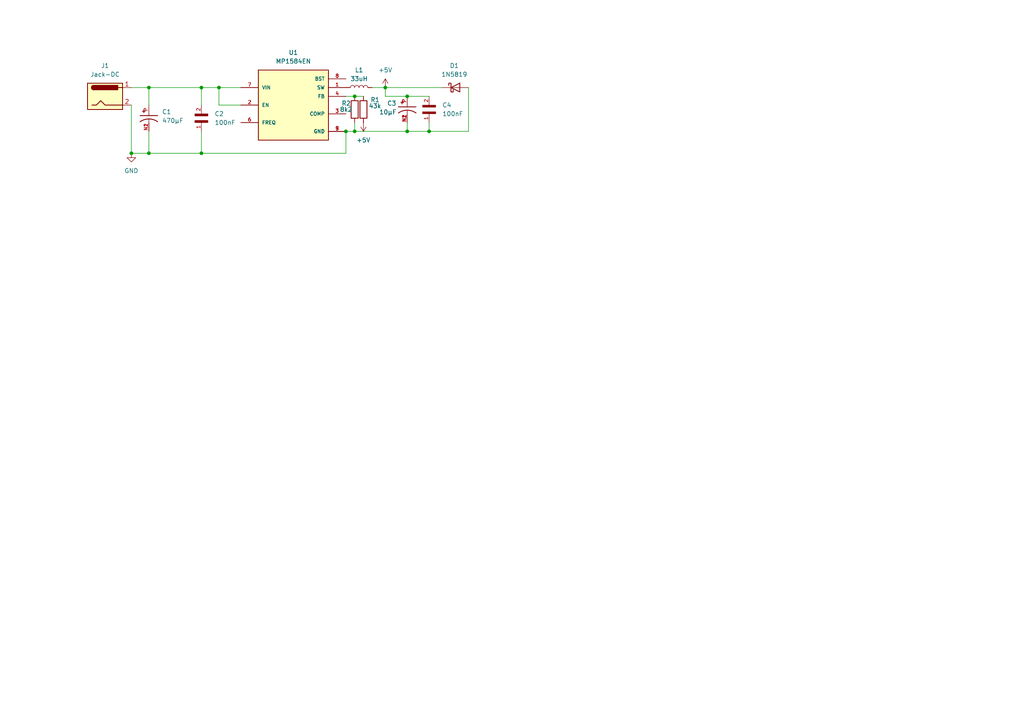
<source format=kicad_sch>
(kicad_sch (version 20250114) (generator "eeschema") (generator_version "9.0")
  (paper "A4")
  (lib_symbols
    (symbol "C0805F104K5RACTU:C0805F104K5RACTU" (pin_names (offset 1.016))
      (property "Reference" "C" (at 0 3.81 0))
      (property "Value" "C0805F104K5RACTU" (at 0 -5.08 0))
      (symbol "C0805F104K5RACTU_0_0"
        (rectangle (start 0 -1.905) (end 0.635 1.905) (stroke (width 0.1)) (fill (type outline)))
        (rectangle (start 1.905 -1.905) (end 2.54 1.905) (stroke (width 0.1)) (fill (type outline)))
        (pin passive line (at -2.54 0 0) (length 2.54) (name "~") (number "2"))
        (pin passive line (at 5.08 0 180) (length 2.54) (name "~") (number "1"))
      )
    )
    (symbol "Connector:Jack-DC" (pin_names (offset 1.016))
      (property "Reference" "J" (at 0 5.334 0))
      (property "Value" "Jack-DC" (at 0 -5.08 0))
      (symbol "Jack-DC_0_1"
        (rectangle (start -5.08 3.81) (end 5.08 -3.81) (stroke (width 0.254)) (fill (type background)))
        (polyline (pts (xy -3.81 -2.54) (xy -2.54 -2.54) (xy -1.27 -1.27) (xy 0 -2.54) (xy 2.54 -2.54) (xy 5.08 -2.54)) (stroke (width 0.254)))
        (arc (start -3.302 1.905) (mid -3.9343 2.54) (end -3.302 3.175) (stroke (width 0.254)))
        (arc (start -3.302 1.905) (mid -3.9343 2.54) (end -3.302 3.175) (stroke (width 0.254)) (fill (type outline)))
        (rectangle (start 3.683 3.175) (end -3.302 1.905) (stroke (width 0.254)) (fill (type outline)))
        (polyline (pts (xy 5.08 2.54) (xy 3.81 2.54)) (stroke (width 0.254)))
      )
      (symbol "Jack-DC_1_1"
        (pin passive line (at 7.62 2.54 180) (length 2.54) (name "~") (number "1"))
        (pin passive line (at 7.62 -2.54 180) (length 2.54) (name "~") (number "2"))
      )
    )
    (symbol "Device:D_Schottky" (pin_numbers (hide yes)) (pin_names (offset 1.016) (hide yes))
      (property "Reference" "D" (at 0 2.54 0))
      (property "Value" "D_Schottky" (at 0 -2.54 0))
      (symbol "D_Schottky_0_1"
        (polyline (pts (xy -1.905 0.635) (xy -1.905 1.27) (xy -1.27 1.27) (xy -1.27 -1.27) (xy -0.635 -1.27) (xy -0.635 -0.635)) (stroke (width 0.254)))
        (polyline (pts (xy 1.27 1.27) (xy 1.27 -1.27) (xy -1.27 0) (xy 1.27 1.27)) (stroke (width 0.254)))
        (polyline (pts (xy 1.27 0) (xy -1.27 0)))
      )
      (symbol "D_Schottky_1_1"
        (pin passive line (at -3.81 0 0) (length 2.54) (name "K") (number "1"))
        (pin passive line (at 3.81 0 180) (length 2.54) (name "A") (number "2"))
      )
    )
    (symbol "Device:L" (pin_numbers (hide yes)) (pin_names (offset 1.016) (hide yes))
      (property "Reference" "L" (at -1.27 0 90))
      (property "Value" "L" (at 1.905 0 90))
      (symbol "L_0_1"
        (arc (start 0 2.54) (mid 0.6323 1.905) (end 0 1.27))
        (arc (start 0 1.27) (mid 0.6323 0.635) (end 0 0))
        (arc (start 0 0) (mid 0.6323 -0.635) (end 0 -1.27))
        (arc (start 0 -1.27) (mid 0.6323 -1.905) (end 0 -2.54))
      )
      (symbol "L_1_1"
        (pin passive line (at 0 3.81 270) (length 1.27) (name "1") (number "1"))
        (pin passive line (at 0 -3.81 90) (length 1.27) (name "2") (number "2"))
      )
    )
    (symbol "Device:R" (pin_numbers (hide yes)) (pin_names (offset 0))
      (property "Reference" "R" (at 2.032 0 90))
      (property "Value" "R" (at 0 0 90))
      (symbol "R_0_1"
        (rectangle (start -1.016 -2.54) (end 1.016 2.54) (stroke (width 0.254)))
      )
      (symbol "R_1_1"
        (pin passive line (at 0 3.81 270) (length 1.27) (name "~") (number "1"))
        (pin passive line (at 0 -3.81 90) (length 1.27) (name "~") (number "2"))
      )
    )
    (symbol "EEFGX0E471L:EEFGX0E471L" (pin_names (offset 1.016))
      (property "Reference" "C" (at -2.54 3.81 0))
      (property "Value" "EEFGX0E471L" (at -2.54 -5.08 0))
      (symbol "EEFGX0E471L_0_0"
        (rectangle (start -1.173 -1.532) (end -0.284 -1.405) (stroke (width 0.1)) (fill (type outline)))
        (rectangle (start -0.792 -1.913) (end -0.665 -1.024) (stroke (width 0.1)) (fill (type outline)))
        (polyline (pts (xy 0 0) (xy 0.508 0)) (stroke (width 0.1524)))
        (polyline (pts (xy 0.508 2.54) (xy 0.508 0)) (stroke (width 0.254)))
        (polyline (pts (xy 0.508 0) (xy 0.508 -2.54)) (stroke (width 0.254)))
        (polyline (pts (xy 2.54 0) (xy 1.524 0)) (stroke (width 0.1524)))
        (arc (start 2.286 -2.54) (mid 1.4851 0) (end 2.286 2.54) (stroke (width 0.254)))
        (pin passive line (at -2.54 0 0) (length 2.54) (name "~") (number "P"))
        (pin passive line (at 5.08 0 180) (length 2.54) (name "~") (number "N1"))
        (pin passive line (at 5.08 0 180) (length 2.54) (name "~") (number "N2"))
      )
    )
    (symbol "MP1584EN:MP1584EN" (pin_names (offset 1.016))
      (property "Reference" "U" (at -10.185 10.6942 0))
      (property "Value" "MP1584EN" (at -10.1723 -12.7154 0))
      (symbol "MP1584EN_0_0"
        (rectangle (start -10.16 -10.16) (end 10.16 10.16) (stroke (width 0.254)) (fill (type background)))
        (pin input line (at -15.24 5.08 0) (length 5.08) (name "VIN") (number "7"))
        (pin input line (at -15.24 0 0) (length 5.08) (name "EN") (number "2"))
        (pin input line (at -15.24 -5.08 0) (length 5.08) (name "FREQ") (number "6"))
        (pin passive line (at 15.24 7.62 180) (length 5.08) (name "BST") (number "8"))
        (pin output line (at 15.24 5.08 180) (length 5.08) (name "SW") (number "1"))
        (pin input line (at 15.24 2.54 180) (length 5.08) (name "FB") (number "4"))
        (pin output line (at 15.24 -2.54 180) (length 5.08) (name "COMP") (number "3"))
        (pin power_in line (at 15.24 -7.62 180) (length 5.08) (name "GND") (number "5"))
        (pin power_in line (at 15.24 -7.62 180) (length 5.08) (name "GND") (number "9"))
      )
    )
    (symbol "power:+5V" (power) (pin_numbers (hide yes)) (pin_names (offset 0) (hide yes))
      (property "Value" "+5V" (at 0 3.556 0))
      (symbol "+5V_0_1"
        (polyline (pts (xy -0.762 1.27) (xy 0 2.54)))
        (polyline (pts (xy 0 2.54) (xy 0.762 1.27)))
        (polyline (pts (xy 0 0) (xy 0 2.54)))
      )
      (symbol "+5V_1_1"
        (pin power_in line (at 0 0 90) (length 0) (name "~") (number "1"))
      )
    )
    (symbol "power:GND" (power) (pin_numbers (hide yes)) (pin_names (offset 0) (hide yes))
      (property "Value" "GND" (at 0 -3.81 0))
      (symbol "GND_0_1"
        (polyline (pts (xy 0 0) (xy 0 -1.27) (xy 1.27 -1.27) (xy 0 -2.54) (xy -1.27 -1.27) (xy 0 -1.27)))
      )
      (symbol "GND_1_1"
        (pin power_in line (at 0 0 270) (length 0) (name "~") (number "1"))
      )
    )
  )
  (junction (at 111.76 25.4))
  (junction (at 102.87 27.94))
  (junction (at 58.42 44.45))
  (junction (at 118.11 38.1))
  (junction (at 118.11 27.94))
  (junction (at 63.5 25.4))
  (junction (at 124.46 38.1))
  (junction (at 100.33 38.1))
  (junction (at 38.1 44.45))
  (junction (at 102.87 38.1))
  (junction (at 43.18 44.45))
  (junction (at 58.42 25.4))
  (junction (at 43.18 25.4))
  (wire (pts (xy 111.76 25.4) (xy 107.95 25.4)))
  (wire (pts (xy 43.18 38.1) (xy 43.18 44.45)))
  (wire (pts (xy 43.18 44.45) (xy 58.42 44.45)))
  (wire (pts (xy 58.42 25.4) (xy 63.5 25.4)))
  (wire (pts (xy 124.46 27.94) (xy 118.11 27.94)))
  (wire (pts (xy 100.33 27.94) (xy 102.87 27.94)))
  (wire (pts (xy 128.27 25.4) (xy 111.76 25.4)))
  (wire (pts (xy 100.33 38.1) (xy 102.87 38.1)))
  (wire (pts (xy 124.46 38.1) (xy 135.89 38.1)))
  (wire (pts (xy 118.11 35.56) (xy 118.11 38.1)))
  (wire (pts (xy 118.11 38.1) (xy 124.46 38.1)))
  (wire (pts (xy 58.42 44.45) (xy 100.33 44.45)))
  (wire (pts (xy 63.5 25.4) (xy 69.85 25.4)))
  (wire (pts (xy 102.87 27.94) (xy 105.41 27.94)))
  (wire (pts (xy 124.46 35.56) (xy 124.46 38.1)))
  (wire (pts (xy 118.11 27.94) (xy 111.76 27.94)))
  (wire (pts (xy 102.87 38.1) (xy 118.11 38.1)))
  (wire (pts (xy 100.33 44.45) (xy 100.33 38.1)))
  (wire (pts (xy 58.42 25.4) (xy 58.42 30.48)))
  (wire (pts (xy 43.18 30.48) (xy 43.18 25.4)))
  (wire (pts (xy 102.87 35.56) (xy 102.87 38.1)))
  (wire (pts (xy 38.1 44.45) (xy 43.18 44.45)))
  (wire (pts (xy 63.5 25.4) (xy 63.5 30.48)))
  (wire (pts (xy 111.76 27.94) (xy 111.76 25.4)))
  (wire (pts (xy 58.42 38.1) (xy 58.42 44.45)))
  (wire (pts (xy 38.1 30.48) (xy 38.1 44.45)))
  (wire (pts (xy 38.1 25.4) (xy 43.18 25.4)))
  (wire (pts (xy 69.85 30.48) (xy 63.5 30.48)))
  (wire (pts (xy 135.89 25.4) (xy 135.89 38.1)))
  (wire (pts (xy 43.18 25.4) (xy 58.42 25.4)))
  (symbol (lib_id "C0805F104K5RACTU:C0805F104K5RACTU") (at 58.42 33.02 270) (unit 1)
    (property "Reference" "C2" (at 62.23 33.0199 90) (effects (justify left)))
    (property "Value" "100nF" (at 62.23 35.5599 90) (effects (justify left)))
    (property "Footprint" "C0805F104K5RACTU:CAPC2012X88N" (effects (hide yes)))
    (property "MF" "KEMET" (effects (hide yes)))
    (property "Description_1" "0805 C 100nF Ceramic Multilayer Capacitor, 50 VDC, +125degC, X7R Dielec, +/-10% | KEMET C0805F104K5RACTU" (effects (hide yes)))
    (property "Package" "0805 Kemet" (effects (hide yes)))
    (property "Price" "None" (effects (hide yes)))
    (property "SnapEDA_Link" "https://www.snapeda.com/parts/C0805F104K5RACTU/KEMET/view-part/?ref=snap" (effects (hide yes)))
    (property "MP" "C0805F104K5RACTU" (effects (hide yes)))
    (property "Availability" "In Stock" (effects (hide yes)))
    (property "Check_prices" "https://www.snapeda.com/parts/C0805F104K5RACTU/KEMET/view-part/?ref=eda" (effects (hide yes)))
  )
  (symbol (lib_id "power:GND") (at 38.1 44.45 0) (unit 1)
    (property "Reference" "#PWR01" (effects (hide yes)))
    (property "Value" "GND" (at 38.1 49.53 0))
    (property "Description" "Power symbol creates a global label with name \"GND\" , ground" (effects (hide yes)))
  )
  (symbol (lib_id "Device:D_Schottky") (at 132.08 25.4 0) (unit 1)
    (property "Reference" "D1" (at 131.7625 19.05 0))
    (property "Value" "1N5819" (at 131.7625 21.59 0))
    (property "Description" "Schottky diode" (effects (hide yes)))
  )
  (symbol (lib_id "power:+5V") (at 105.41 35.56 180) (unit 1)
    (property "Reference" "#PWR03" (effects (hide yes)))
    (property "Value" "+5V" (at 105.41 40.64 0))
    (property "Description" "Power symbol creates a global label with name \"+5V\"" (effects (hide yes)))
  )
  (symbol (lib_id "Device:L") (at 104.14 25.4 90) (unit 1)
    (property "Reference" "L1" (at 104.14 20.32 90))
    (property "Value" "33uH" (at 104.14 22.86 90))
    (property "Description" "Inductor" (effects (hide yes)))
  )
  (symbol (lib_id "MP1584EN:MP1584EN") (at 85.09 30.48 0) (unit 1)
    (property "Reference" "U1" (at 85.09 15.24 0))
    (property "Value" "MP1584EN" (at 85.09 17.78 0))
    (property "Footprint" "MP1584EN:SOIC127P600X170-9N" (effects (hide yes)))
    (property "MF" "Monolithic Power" (effects (hide yes)))
    (property "PACKAGE" "None" (effects (hide yes)))
    (property "PRICE" "None" (effects (hide yes)))
    (property "Package" "SOIC-8 Monolithic Power" (effects (hide yes)))
    (property "Check_prices" "https://www.snapeda.com/parts/MP1584EN/Monolithic+Power+Systems/view-part/?ref=eda" (effects (hide yes)))
    (property "STANDARD" "IPC-7351B" (effects (hide yes)))
    (property "SnapEDA_Link" "https://www.snapeda.com/parts/MP1584EN/Monolithic+Power+Systems/view-part/?ref=snap" (effects (hide yes)))
    (property "MP" "MP1584EN" (effects (hide yes)))
    (property "Price" "None" (effects (hide yes)))
    (property "Availability" "Not in stock" (effects (hide yes)))
    (property "AVAILABILITY" "Unavailable" (effects (hide yes)))
    (property "Description_1" "Buck Switching Regulator IC Positive Adjustable 0.8V 1 Output 3A 8-SOIC (0.154, 3.90mm Width) Exposed Pad" (effects (hide yes)))
  )
  (symbol (lib_id "Device:R") (at 102.87 31.75 0) (unit 1)
    (property "Reference" "R2" (at 99.06 29.972 0) (effects (justify left)))
    (property "Value" "8k2" (at 98.552 31.75 0) (effects (justify left)))
    (property "Description" "Resistor" (effects (hide yes)))
  )
  (symbol (lib_id "C0805F104K5RACTU:C0805F104K5RACTU") (at 124.46 30.48 270) (unit 1)
    (property "Reference" "C4" (at 128.27 30.4799 90) (effects (justify left)))
    (property "Value" "100nF" (at 128.27 33.0199 90) (effects (justify left)))
    (property "Footprint" "C0805F104K5RACTU:CAPC2012X88N" (effects (hide yes)))
    (property "MF" "KEMET" (effects (hide yes)))
    (property "Description_1" "0805 C 100nF Ceramic Multilayer Capacitor, 50 VDC, +125degC, X7R Dielec, +/-10% | KEMET C0805F104K5RACTU" (effects (hide yes)))
    (property "Package" "0805 Kemet" (effects (hide yes)))
    (property "Price" "None" (effects (hide yes)))
    (property "SnapEDA_Link" "https://www.snapeda.com/parts/C0805F104K5RACTU/KEMET/view-part/?ref=snap" (effects (hide yes)))
    (property "MP" "C0805F104K5RACTU" (effects (hide yes)))
    (property "Availability" "In Stock" (effects (hide yes)))
    (property "Check_prices" "https://www.snapeda.com/parts/C0805F104K5RACTU/KEMET/view-part/?ref=eda" (effects (hide yes)))
  )
  (symbol (lib_id "Connector:Jack-DC") (at 30.48 27.94 0) (unit 1)
    (property "Reference" "J1" (at 30.48 19.05 0))
    (property "Value" "Jack-DC" (at 30.48 21.59 0))
    (property "Description" "DC Barrel Jack" (effects (hide yes)))
  )
  (symbol (lib_id "power:+5V") (at 111.76 25.4 0) (unit 1)
    (property "Reference" "#PWR02" (effects (hide yes)))
    (property "Value" "+5V" (at 111.76 20.32 0))
    (property "Description" "Power symbol creates a global label with name \"+5V\"" (effects (hide yes)))
  )
  (symbol (lib_id "EEFGX0E471L:EEFGX0E471L") (at 43.18 33.02 270) (unit 1)
    (property "Reference" "C1" (at 46.99 32.4465 90) (effects (justify left)))
    (property "Value" "470µF" (at 46.99 34.9865 90) (effects (justify left)))
    (property "Footprint" "EEFGX0E471L:CAP_EEFGX0E471L" (effects (hide yes)))
    (property "MF" "Panasonic" (effects (hide yes)))
    (property "MAXIMUM_PACKAGE_HEIGHT" "1.9mm" (effects (hide yes)))
    (property "Package" "SMD-3 Panasonic" (effects (hide yes)))
    (property "Price" "None" (effects (hide yes)))
    (property "Check_prices" "https://www.snapeda.com/parts/EEFGX0E471L/Panasonic/view-part/?ref=eda" (effects (hide yes)))
    (property "STANDARD" "Manufacturer Recommendations" (effects (hide yes)))
    (property "PARTREV" "23-Apr-18" (effects (hide yes)))
    (property "SnapEDA_Link" "https://www.snapeda.com/parts/EEFGX0E471L/Panasonic/view-part/?ref=snap" (effects (hide yes)))
    (property "MP" "EEFGX0E471L" (effects (hide yes)))
    (property "Description_1" "470µF 2.5V Aluminum - Polymer Capacitors 2917 (7343 Metric) 3mOhm 2000 Hrs @ 105°C" (effects (hide yes)))
    (property "Availability" "In Stock" (effects (hide yes)))
    (property "MANUFACTURER" "Panasonic" (effects (hide yes)))
  )
  (symbol (lib_id "EEFGX0E471L:EEFGX0E471L") (at 118.11 30.48 270) (unit 1)
    (property "Reference" "C3" (at 112.268 29.972 90) (effects (justify left)))
    (property "Value" "10µF" (at 109.982 32.512 90) (effects (justify left)))
    (property "Footprint" "EEFGX0E471L:CAP_EEFGX0E471L" (effects (hide yes)))
    (property "MF" "Panasonic" (effects (hide yes)))
    (property "MAXIMUM_PACKAGE_HEIGHT" "1.9mm" (effects (hide yes)))
    (property "Package" "SMD-3 Panasonic" (effects (hide yes)))
    (property "Price" "None" (effects (hide yes)))
    (property "Check_prices" "https://www.snapeda.com/parts/EEFGX0E471L/Panasonic/view-part/?ref=eda" (effects (hide yes)))
    (property "STANDARD" "Manufacturer Recommendations" (effects (hide yes)))
    (property "PARTREV" "23-Apr-18" (effects (hide yes)))
    (property "SnapEDA_Link" "https://www.snapeda.com/parts/EEFGX0E471L/Panasonic/view-part/?ref=snap" (effects (hide yes)))
    (property "MP" "EEFGX0E471L" (effects (hide yes)))
    (property "Description_1" "470µF 2.5V Aluminum - Polymer Capacitors 2917 (7343 Metric) 3mOhm 2000 Hrs @ 105°C" (effects (hide yes)))
    (property "Availability" "In Stock" (effects (hide yes)))
    (property "MANUFACTURER" "Panasonic" (effects (hide yes)))
  )
  (symbol (lib_id "Device:R") (at 105.41 31.75 180) (unit 1)
    (property "Reference" "R1" (at 107.442 28.956 0) (effects (justify right)))
    (property "Value" "43k" (at 106.934 30.734 0) (effects (justify right)))
    (property "Description" "Resistor" (effects (hide yes)))
  )
)
</source>
